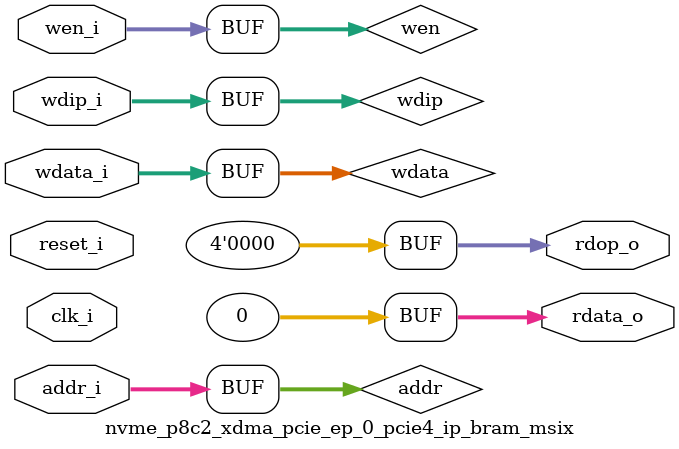
<source format=v>
`timescale 1ps/1ps

(* DowngradeIPIdentifiedWarnings = "yes" *)
module nvme_p8c2_xdma_pcie_ep_0_pcie4_ip_bram_msix #(

  parameter           TCQ = 100
, parameter           TO_RAM_PIPELINE="FALSE"
, parameter           FROM_RAM_PIPELINE="FALSE"
, parameter           MSIX_CAP_TABLE_SIZE=11'h0
, parameter           MSIX_TABLE_RAM_ENABLE="FALSE"

  ) (

  input  wire         clk_i,
  input  wire         reset_i,

  input  wire  [12:0] addr_i,
  input  wire  [31:0] wdata_i,
  input  wire   [3:0] wdip_i,
  input  wire   [3:0] wen_i,
  output wire  [31:0] rdata_o,
  output wire   [3:0] rdop_o

  );

  // WIP : Use Total number of functions (PFs + VFs) to calculate the NUM_BRAM_4K
  localparam integer NUM_BRAM_4K = (MSIX_TABLE_RAM_ENABLE == "TRUE") ? 8 : 0 ;
 

  reg          [12:0] addr;
  reg          [12:0] addr_p0;
  reg          [12:0] addr_p1;
  reg          [31:0] wdata;
  reg           [3:0] wdip;
  reg           [3:0] wen;
  reg          [31:0] reg_rdata;
  reg           [3:0] reg_rdop;
  wire         [31:0] rdata;
  wire          [3:0] rdop;
  genvar              i;
  wire    [(8*4)-1:0] bram_4k_wen;
  wire   [(8*32)-1:0] rdata_t;
  wire    [(8*4)-1:0] rdop_t;

  //
  // Optional input pipe stages
  //
  generate

    if (TO_RAM_PIPELINE == "TRUE") begin : TORAMPIPELINE

      always @(posedge clk_i) begin
     
        if (reset_i) begin

          addr <= #(TCQ) 13'b0;
          wdata <= #(TCQ) 32'b0;
          wdip <= #(TCQ) 4'b0;
          wen <= #(TCQ) 4'b0;

        end else begin

          addr <= #(TCQ) addr_i;
          wdata <= #(TCQ) wdata_i;
          wdip <= #(TCQ) wdip_i;
          wen <= #(TCQ) wen_i;

        end

      end

    end else begin : NOTORAMPIPELINE

      always @(*) begin

          addr = addr_i;
          wdata = wdata_i;
          wdip = wdip_i;
          wen = wen_i;

      end


    end

  endgenerate

  // 
  // Address pipeline
  //
  always @(posedge clk_i) begin
     
    if (reset_i) begin

      addr_p0 <= #(TCQ) 13'b0;
      addr_p1 <= #(TCQ) 13'b0;

    end else begin

      addr_p0 <= #(TCQ) addr;
      addr_p1 <= #(TCQ) addr_p0;

    end

  end

  //
  // Optional output pipe stages
  //
  generate

    if (FROM_RAM_PIPELINE == "TRUE") begin : FRMRAMPIPELINE


      always @(posedge clk_i) begin
     
        if (reset_i) begin

          reg_rdata <= #(TCQ) 32'b0;
          reg_rdop <= #(TCQ) 4'b0;

        end else begin

          case (addr_p1[12:10]) 
            3'b000 : begin
              reg_rdata <= #(TCQ) rdata_t[(32*(0))+31:(32*(0))+0];
              reg_rdop <= #(TCQ) rdop_t[(4*(0))+3:(4*(0))+0];
            end
            3'b001 : begin
              reg_rdata <= #(TCQ) rdata_t[(32*(1))+31:(32*(1))+0];
              reg_rdop <= #(TCQ) rdop_t[(4*(1))+3:(4*(1))+0];
            end
            3'b010 : begin
              reg_rdata <= #(TCQ) rdata_t[(32*(2))+31:(32*(2))+0];
              reg_rdop <= #(TCQ) rdop_t[(4*(2))+3:(4*(2))+0];
            end
            3'b011 : begin
              reg_rdata <= #(TCQ) rdata_t[(32*(3))+31:(32*(3))+0];
              reg_rdop <= #(TCQ) rdop_t[(4*(3))+3:(4*(3))+0];
            end
            3'b100 : begin
              reg_rdata <= #(TCQ) rdata_t[(32*(4))+31:(32*(4))+0];
              reg_rdop <= #(TCQ) rdop_t[(4*(4))+3:(4*(4))+0];
            end
            3'b101 : begin
              reg_rdata <= #(TCQ) rdata_t[(32*(5))+31:(32*(5))+0];
              reg_rdop <= #(TCQ) rdop_t[(4*(5))+3:(4*(5))+0];
            end
            3'b110 : begin
              reg_rdata <= #(TCQ) rdata_t[(32*(6))+31:(32*(6))+0];
              reg_rdop <= #(TCQ) rdop_t[(4*(6))+3:(4*(6))+0];
            end
            3'b111 : begin
              reg_rdata <= #(TCQ) rdata_t[(32*(7))+31:(32*(7))+0];
              reg_rdop <= #(TCQ) rdop_t[(4*(7))+3:(4*(7))+0];
            end
          endcase

        end

      end

    end else begin : NOFRMRAMPIPELINE

      always @(*) begin

          case (addr_p1[12:10]) 
            3'b000 : begin
              reg_rdata <= #(TCQ) rdata_t[(32*(0))+31:(32*(0))+0];
              reg_rdop <= #(TCQ) rdop_t[(4*(0))+3:(4*(0))+0];
            end
            3'b001 : begin
              reg_rdata <= #(TCQ) rdata_t[(32*(1))+31:(32*(1))+0];
              reg_rdop <= #(TCQ) rdop_t[(4*(1))+3:(4*(1))+0];
            end
            3'b010 : begin
              reg_rdata <= #(TCQ) rdata_t[(32*(2))+31:(32*(2))+0];
              reg_rdop <= #(TCQ) rdop_t[(4*(2))+3:(4*(2))+0];
            end
            3'b011 : begin
              reg_rdata <= #(TCQ) rdata_t[(32*(3))+31:(32*(3))+0];
              reg_rdop <= #(TCQ) rdop_t[(4*(3))+3:(4*(3))+0];
            end
            3'b100 : begin
              reg_rdata <= #(TCQ) rdata_t[(32*(4))+31:(32*(4))+0];
              reg_rdop <= #(TCQ) rdop_t[(4*(4))+3:(4*(4))+0];
            end
            3'b101 : begin
              reg_rdata <= #(TCQ) rdata_t[(32*(5))+31:(32*(5))+0];
              reg_rdop <= #(TCQ) rdop_t[(4*(5))+3:(4*(5))+0];
            end
            3'b110 : begin
              reg_rdata <= #(TCQ) rdata_t[(32*(6))+31:(32*(6))+0];
              reg_rdop <= #(TCQ) rdop_t[(4*(6))+3:(4*(6))+0];
            end
            3'b111 : begin
              reg_rdata <= #(TCQ) rdata_t[(32*(7))+31:(32*(7))+0];
              reg_rdop <= #(TCQ) rdop_t[(4*(7))+3:(4*(7))+0];
            end
          endcase

      end

    end
  
  endgenerate

  assign rdata_o = (MSIX_TABLE_RAM_ENABLE == "TRUE") ?  reg_rdata : 32'h0;
  assign rdop_o = (MSIX_TABLE_RAM_ENABLE == "TRUE") ? reg_rdop : 4'h0;

  generate 
  
    for (i=0; i<NUM_BRAM_4K; i=i+1) begin : BRAM4K

      nvme_p8c2_xdma_pcie_ep_0_pcie4_ip_bram_4k_int #(
          .TCQ(TCQ)
        )
        bram_4k_int (
    
          .clk_i (clk_i),
          .reset_i (reset_i),
    
          .addr_i(addr[9:0]),
          .wdata_i(wdata),
          .wdip_i(wdip),
          .wen_i(bram_4k_wen[(4*(i))+3:(4*(i))+0]),
          .rdata_o(rdata_t[(32*i)+31:(32*i)+0]),
          .rdop_o(rdop_t[(4*i)+3:(4*i)+0]),
          .baddr_i(10'b0),
          .brdata_o()

      );
      assign bram_4k_wen[(4*(i))+3:(4*(i))+0] = wen & {4{(i == addr[12:10])}};  
      
    end

  endgenerate

endmodule

</source>
